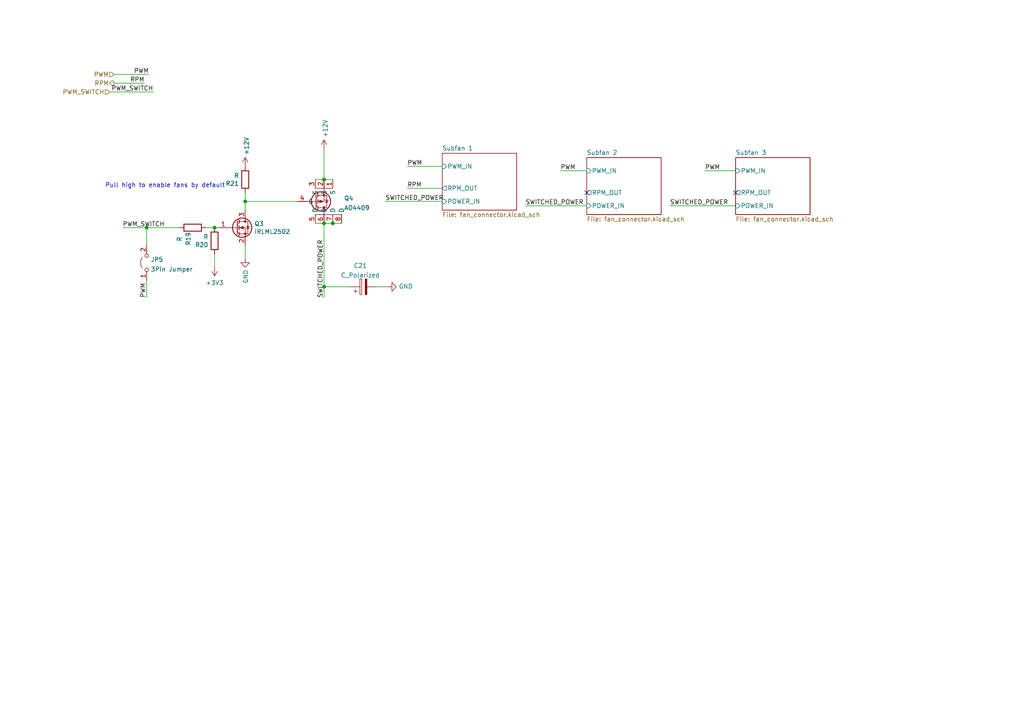
<source format=kicad_sch>
(kicad_sch (version 20211123) (generator eeschema)
  (paper "A4")
  (lib_symbols
    (symbol "Device:C_Polarized" (pin_numbers hide) (pin_names (offset 0.254))
      (property "Reference" "C" (at 0.635 2.54 0))
      (property "Value" "C_Polarized" (at 0.635 -2.54 0))
      (symbol "C_Polarized_0_1"
        (rectangle (start -2.286 0.508) (end 2.286 1.016))
        (polyline (pts (xy -1.778 2.286) (xy -0.762 2.286)))
        (polyline (pts (xy -1.27 2.794) (xy -1.27 1.778)))
        (rectangle (start 2.286 -0.508) (end -2.286 -1.016) (fill (type outline)))
      )
      (symbol "C_Polarized_1_1"
        (pin passive line (at 0 3.81 270) (length 2.794) (name "~") (number "1"))
        (pin passive line (at 0 -3.81 90) (length 2.794) (name "~") (number "2"))
      )
    )
    (symbol "Device:Q_NMOS_GSD" (pin_names (offset 0) hide)
      (property "Reference" "Q" (at 5.08 1.27 0))
      (property "Value" "Q_NMOS_GSD" (at 5.08 -1.27 0))
      (symbol "Q_NMOS_GSD_0_1"
        (polyline (pts (xy 0.254 0) (xy -2.54 0)))
        (polyline (pts (xy 0.254 1.905) (xy 0.254 -1.905)) (stroke (width 0.254)))
        (polyline (pts (xy 0.762 -1.27) (xy 0.762 -2.286)) (stroke (width 0.254)))
        (polyline (pts (xy 0.762 0.508) (xy 0.762 -0.508)) (stroke (width 0.254)))
        (polyline (pts (xy 0.762 2.286) (xy 0.762 1.27)) (stroke (width 0.254)))
        (polyline (pts (xy 2.54 2.54) (xy 2.54 1.778)))
        (polyline (pts (xy 2.54 -2.54) (xy 2.54 0) (xy 0.762 0)))
        (polyline (pts (xy 0.762 -1.778) (xy 3.302 -1.778) (xy 3.302 1.778) (xy 0.762 1.778)))
        (polyline (pts (xy 1.016 0) (xy 2.032 0.381) (xy 2.032 -0.381) (xy 1.016 0)) (fill (type outline)))
        (polyline (pts (xy 2.794 0.508) (xy 2.921 0.381) (xy 3.683 0.381) (xy 3.81 0.254)))
        (polyline (pts (xy 3.302 0.381) (xy 2.921 -0.254) (xy 3.683 -0.254) (xy 3.302 0.381)))
        (circle (center 1.651 0) (radius 2.794) (stroke (width 0.254)))
        (circle (center 2.54 -1.778) (radius 0.254) (fill (type outline)))
        (circle (center 2.54 1.778) (radius 0.254) (fill (type outline)))
      )
      (symbol "Q_NMOS_GSD_1_1"
        (pin input line (at -5.08 0 0) (length 2.54) (name "G") (number "1"))
        (pin passive line (at 2.54 -5.08 90) (length 2.54) (name "S") (number "2"))
        (pin passive line (at 2.54 5.08 270) (length 2.54) (name "D") (number "3"))
      )
    )
    (symbol "Device:R" (pin_numbers hide) (pin_names (offset 0))
      (property "Reference" "R" (at 2.032 0 90))
      (property "Value" "R" (at 0 0 90))
      (symbol "R_0_1"
        (rectangle (start -1.016 -2.54) (end 1.016 2.54) (stroke (width 0.254)))
      )
      (symbol "R_1_1"
        (pin passive line (at 0 3.81 270) (length 1.27) (name "~") (number "1"))
        (pin passive line (at 0 -3.81 90) (length 1.27) (name "~") (number "2"))
      )
    )
    (symbol "Jumper:Jumper_2_Open" (pin_names (offset 0) hide)
      (property "Reference" "JP" (at 0 2.794 0))
      (property "Value" "Jumper_2_Open" (at 0 -2.286 0))
      (symbol "Jumper_2_Open_0_0"
        (circle (center -2.032 0) (radius 0.508))
        (circle (center 2.032 0) (radius 0.508))
      )
      (symbol "Jumper_2_Open_0_1"
        (arc (start 1.524 1.27) (mid 0 1.778) (end -1.524 1.27))
      )
      (symbol "Jumper_2_Open_1_1"
        (pin passive line (at -5.08 0 0) (length 2.54) (name "A") (number "1"))
        (pin passive line (at 5.08 0 180) (length 2.54) (name "B") (number "2"))
      )
    )
    (symbol "my_components:AO449"
      (property "Reference" "Q" (at 0 0 0))
      (property "Value" "AO449" (at 0 2.54 0))
      (symbol "AO449_0_1"
        (polyline (pts (xy 8.89 -1.27) (xy 16.51 -1.27)) (stroke (width 0.1524)))
        (polyline (pts (xy 9.144 -5.08) (xy 6.35 -5.08)))
        (polyline (pts (xy 9.144 -3.175) (xy 9.144 -6.985)) (stroke (width 0.254)))
        (polyline (pts (xy 9.652 -6.35) (xy 9.652 -7.366)) (stroke (width 0.254)))
        (polyline (pts (xy 9.652 -4.572) (xy 9.652 -5.588)) (stroke (width 0.254)))
        (polyline (pts (xy 9.652 -2.794) (xy 9.652 -3.81)) (stroke (width 0.254)))
        (polyline (pts (xy 11.43 -2.54) (xy 11.43 -3.302)))
        (polyline (pts (xy 11.43 -1.27) (xy 11.43 -3.81)) (stroke (width 0.1524)))
        (polyline (pts (xy 11.43 -7.62) (xy 11.43 -5.08) (xy 9.652 -5.08)))
        (polyline (pts (xy 9.652 -3.302) (xy 12.192 -3.302) (xy 12.192 -6.858) (xy 9.652 -6.858)))
        (polyline (pts (xy 11.176 -5.08) (xy 10.16 -4.699) (xy 10.16 -5.461) (xy 11.176 -5.08)) (fill (type outline)))
        (polyline (pts (xy 11.684 -5.588) (xy 11.811 -5.461) (xy 12.573 -5.461) (xy 12.7 -5.334)))
        (polyline (pts (xy 12.192 -5.461) (xy 11.811 -4.826) (xy 12.573 -4.826) (xy 12.192 -5.461)))
        (polyline (pts (xy 13.97 -8.89) (xy 8.89 -8.89) (xy 11.43 -8.89) (xy 11.43 -7.62)) (stroke (width 0.1524)))
        (circle (center 10.541 -5.08) (radius 2.794) (stroke (width 0.254)))
        (circle (center 11.43 -6.858) (radius 0.254) (fill (type outline)))
        (circle (center 11.43 -3.302) (radius 0.254) (fill (type outline)))
      )
      (symbol "AO449_1_1"
        (pin passive line (at 13.97 -11.43 90) (length 2.54) (name "S") (number "1"))
        (pin passive line (at 11.43 -11.43 90) (length 2.54) (name "S") (number "2"))
        (pin passive line (at 8.89 -11.43 90) (length 2.54) (name "S") (number "3"))
        (pin input line (at 3.81 -5.08 0) (length 2.54) (name "G") (number "4"))
        (pin passive line (at 8.89 1.27 270) (length 2.54) (name "D") (number "5"))
        (pin passive line (at 11.43 1.27 270) (length 2.54) (name "D") (number "6"))
        (pin passive line (at 13.97 1.27 270) (length 2.54) (name "D") (number "7"))
        (pin passive line (at 16.51 1.27 270) (length 2.54) (name "D") (number "8"))
      )
    )
    (symbol "power:+12V" (power) (pin_names (offset 0))
      (property "Value" "+12V" (at 0 3.556 0))
      (symbol "+12V_0_1"
        (polyline (pts (xy -0.762 1.27) (xy 0 2.54)))
        (polyline (pts (xy 0 0) (xy 0 2.54)))
        (polyline (pts (xy 0 2.54) (xy 0.762 1.27)))
      )
      (symbol "+12V_1_1"
        (pin power_in line (at 0 0 90) (length 0) hide (name "+12V") (number "1"))
      )
    )
    (symbol "power:+3.3V" (power) (pin_names (offset 0))
      (property "Value" "+3.3V" (at 0 3.556 0))
      (symbol "+3.3V_0_1"
        (polyline (pts (xy -0.762 1.27) (xy 0 2.54)))
        (polyline (pts (xy 0 0) (xy 0 2.54)))
        (polyline (pts (xy 0 2.54) (xy 0.762 1.27)))
      )
      (symbol "+3.3V_1_1"
        (pin power_in line (at 0 0 90) (length 0) hide (name "+3V3") (number "1"))
      )
    )
    (symbol "power:GND" (power) (pin_names (offset 0))
      (property "Value" "GND" (at 0 -3.81 0))
      (symbol "GND_0_1"
        (polyline (pts (xy 0 0) (xy 0 -1.27) (xy 1.27 -1.27) (xy 0 -2.54) (xy -1.27 -1.27) (xy 0 -1.27)))
      )
      (symbol "GND_1_1"
        (pin power_in line (at 0 0 270) (length 0) hide (name "GND") (number "1"))
      )
    )
  )
  (junction (at 96.52 64.77))
  (junction (at 62.23 66.04))
  (junction (at 93.98 52.07))
  (junction (at 71.12 58.42))
  (junction (at 93.98 83.185))
  (junction (at 42.545 66.04))
  (junction (at 93.98 64.77))
  (no_connect (at 170.18 55.88))
  (no_connect (at 213.36 55.88))
  (wire (pts (xy 93.98 83.185) (xy 93.98 86.36)))
  (wire (pts (xy 152.4 59.69) (xy 170.18 59.69)))
  (wire (pts (xy 204.47 49.53) (xy 213.36 49.53)))
  (wire (pts (xy 93.98 64.77) (xy 96.52 64.77)))
  (wire (pts (xy 118.11 54.61) (xy 128.27 54.61)))
  (wire (pts (xy 91.44 64.77) (xy 93.98 64.77)))
  (wire (pts (xy 59.69 66.04) (xy 62.23 66.04)))
  (wire (pts (xy 42.545 66.04) (xy 52.07 66.04)))
  (wire (pts (xy 93.98 52.07) (xy 96.52 52.07)))
  (wire (pts (xy 43.18 21.59) (xy 33.02 21.59)))
  (wire (pts (xy 71.12 58.42) (xy 71.12 60.96)))
  (wire (pts (xy 42.545 81.28) (xy 42.545 86.36)))
  (wire (pts (xy 111.76 58.42) (xy 128.27 58.42)))
  (wire (pts (xy 35.56 66.04) (xy 42.545 66.04)))
  (wire (pts (xy 109.22 83.185) (xy 112.395 83.185)))
  (wire (pts (xy 93.98 64.77) (xy 93.98 83.185)))
  (wire (pts (xy 118.11 48.26) (xy 128.27 48.26)))
  (wire (pts (xy 41.91 24.13) (xy 33.02 24.13)))
  (wire (pts (xy 42.545 66.04) (xy 42.545 71.12)))
  (wire (pts (xy 162.56 49.53) (xy 170.18 49.53)))
  (wire (pts (xy 96.52 64.77) (xy 99.06 64.77)))
  (wire (pts (xy 71.12 71.12) (xy 71.12 74.93)))
  (wire (pts (xy 93.98 83.185) (xy 101.6 83.185)))
  (wire (pts (xy 93.98 43.18) (xy 93.98 52.07)))
  (wire (pts (xy 62.23 66.04) (xy 63.5 66.04)))
  (wire (pts (xy 91.44 52.07) (xy 93.98 52.07)))
  (wire (pts (xy 213.36 59.69) (xy 194.31 59.69)))
  (wire (pts (xy 44.45 26.67) (xy 31.75 26.67)))
  (wire (pts (xy 86.36 58.42) (xy 71.12 58.42)))
  (wire (pts (xy 62.23 77.47) (xy 62.23 73.66)))
  (wire (pts (xy 71.12 55.88) (xy 71.12 58.42)))
  (text "Pull high to enable fans by default\n" (at 30.48 54.61 0) (effects (font (size 1.27 1.27)) (justify left bottom)))
  (label "PWM" (at 162.56 49.53 0))
  (label "SWITCHED_POWER" (at 111.76 58.42 0))
  (label "RPM" (at 118.11 54.61 0))
  (label "PWM_SWITCH" (at 44.45 26.67 180))
  (label "SWITCHED_POWER" (at 93.98 86.36 90))
  (label "SWITCHED_POWER" (at 194.31 59.69 0))
  (label "PWM_SWITCH" (at 35.56 66.04 0))
  (label "RPM" (at 41.91 24.13 180))
  (label "PWM" (at 43.18 21.59 180))
  (label "PWM" (at 42.545 86.36 90))
  (label "PWM" (at 118.11 48.26 0))
  (label "SWITCHED_POWER" (at 152.4 59.69 0))
  (label "PWM" (at 204.47 49.53 0))
  (hierarchical_label "RPM" (shape output) (at 33.02 24.13 180))
  (hierarchical_label "PWM" (shape input) (at 33.02 21.59 180))
  (hierarchical_label "PWM_SWITCH" (shape input) (at 31.75 26.67 180))
  (symbol (lib_id "power:+12V") (at 93.98 43.18 0)
    (property "Reference" "#PWR058" (effects hide))
    (property "Value" "+12V" (at 94.361 39.9288 90) (effects (justify left)))
  )
  (symbol (lib_id "Device:R") (at 55.88 66.04 270)
    (property "Reference" "R19" (at 54.61 67.31 0) (effects (justify left)))
    (property "Value" "R" (at 52.07 68.58 0) (effects (justify left)))
    (property "Footprint" "Resistor_SMD:R_0805_2012Metric" (effects hide))
  )
  (symbol (lib_id "power:+12V") (at 71.12 48.26 0)
    (property "Reference" "#PWR056" (effects hide))
    (property "Value" "+12V" (at 71.501 45.0088 90) (effects (justify left)))
  )
  (symbol (lib_id "Device:Q_NMOS_GSD") (at 68.58 66.04 0)
    (property "Reference" "Q3" (at 73.7616 64.8716 0) (effects (justify left)))
    (property "Value" "IRLML2502" (at 73.7616 67.183 0) (effects (justify left)))
    (property "Footprint" "Package_TO_SOT_SMD:SOT-23" (effects hide))
  )
  (symbol (lib_id "Device:R") (at 71.12 52.07 180)
    (property "Reference" "R21" (at 69.342 53.2384 0) (effects (justify left)))
    (property "Value" "R" (at 69.342 50.927 0) (effects (justify left)))
    (property "Footprint" "Resistor_SMD:R_0805_2012Metric" (effects hide))
  )
  (symbol (lib_id "power:GND") (at 71.12 74.93 0)
    (property "Reference" "#PWR057" (effects hide))
    (property "Value" "GND" (at 71.247 78.1812 90) (effects (justify right)))
  )
  (symbol (lib_id "Device:R") (at 62.23 69.85 180)
    (property "Reference" "R20" (at 60.452 71.0184 0) (effects (justify left)))
    (property "Value" "R" (at 60.452 68.707 0) (effects (justify left)))
    (property "Footprint" "Resistor_SMD:R_0805_2012Metric" (effects hide))
  )
  (symbol (lib_id "power:GND") (at 112.395 83.185 90)
    (property "Reference" "#PWR059" (effects hide))
    (property "Value" "GND" (at 115.6462 83.058 90) (effects (justify right)))
  )
  (symbol (lib_id "my_components:AO449") (at 82.55 63.5 0) (mirror x)
    (property "Reference" "Q4" (at 99.7712 57.5115 0) (effects (justify left)))
    (property "Value" "AO4409" (at 99.7712 60.2866 0) (effects (justify left)))
    (property "Footprint" "Package_SO:SOIC-8_3.9x4.9mm_P1.27mm" (effects hide))
    (property "Datasheet" "http://aosmd.com/pdfs/datasheet/AO4409.pdf" (effects hide))
  )
  (symbol (lib_id "power:+3.3V") (at 62.23 77.47 180)
    (property "Reference" "#PWR055" (effects hide))
    (property "Value" "+3.3V" (at 62.23 82.0325 0))
  )
  (symbol (lib_id "Device:C_Polarized") (at 105.41 83.185 90)
    (property "Reference" "C21" (at 104.521 77.0595 90))
    (property "Value" "C_Polarized" (at 104.521 79.8346 90))
    (property "Footprint" "Capacitor_THT:CP_Radial_D6.3mm_P2.50mm" (effects hide))
  )
  (symbol (lib_id "Jumper:Jumper_2_Open") (at 42.545 76.2 90)
    (property "Reference" "JP5" (at 43.688 75.2915 90) (effects (justify right)))
    (property "Value" "3Pin Jumper" (at 43.688 78.0666 90) (effects (justify right)))
    (property "Footprint" "Connector_PinHeader_2.54mm:PinHeader_1x02_P2.54mm_Vertical" (effects hide))
  )
  (sheet (at 128.27 44.45) (size 21.59 16.51)
    (property "Sheet name" "Subfan 1" (at 128.27 43.7384 0) (effects (justify left bottom)))
    (property "Sheet file" "fan_connector.kicad_sch" (at 128.27 61.5446 0) (effects (justify left top)))
    (pin "PWM_IN" input (at 128.27 48.26 180))
    (pin "RPM_OUT" output (at 128.27 54.61 180))
    (pin "POWER_IN" input (at 128.27 58.42 180))
  )
  (sheet (at 170.18 45.72) (size 21.59 16.51)
    (property "Sheet name" "Subfan 2" (at 170.18 45.0084 0) (effects (justify left bottom)))
    (property "Sheet file" "fan_connector.kicad_sch" (at 170.18 62.8146 0) (effects (justify left top)))
    (pin "PWM_IN" input (at 170.18 49.53 180))
    (pin "RPM_OUT" output (at 170.18 55.88 180))
    (pin "POWER_IN" input (at 170.18 59.69 180))
  )
  (sheet (at 213.36 45.72) (size 21.59 16.51)
    (property "Sheet name" "Subfan 3" (at 213.36 45.0084 0) (effects (justify left bottom)))
    (property "Sheet file" "fan_connector.kicad_sch" (at 213.36 62.8146 0) (effects (justify left top)))
    (pin "PWM_IN" input (at 213.36 49.53 180))
    (pin "RPM_OUT" output (at 213.36 55.88 180))
    (pin "POWER_IN" input (at 213.36 59.69 180))
  )
)
</source>
